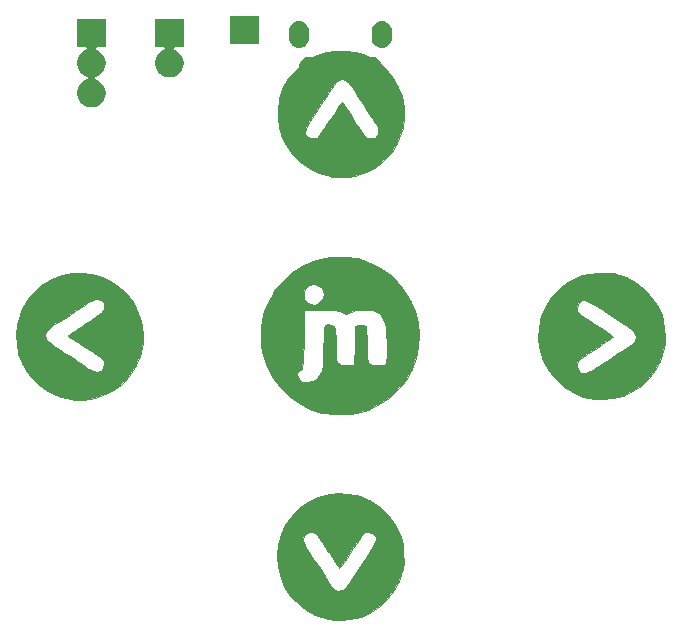
<source format=gbr>
G04 #@! TF.GenerationSoftware,KiCad,Pcbnew,(5.0.1-3-g963ef8bb5)*
G04 #@! TF.CreationDate,2018-12-07T14:13:47+00:00*
G04 #@! TF.ProjectId,invitation,696E7669746174696F6E2E6B69636164,rev?*
G04 #@! TF.SameCoordinates,Original*
G04 #@! TF.FileFunction,Soldermask,Top*
G04 #@! TF.FilePolarity,Negative*
%FSLAX46Y46*%
G04 Gerber Fmt 4.6, Leading zero omitted, Abs format (unit mm)*
G04 Created by KiCad (PCBNEW (5.0.1-3-g963ef8bb5)) date Friday, 07 December 2018 at 14:13:47*
%MOMM*%
%LPD*%
G01*
G04 APERTURE LIST*
%ADD10C,0.010000*%
%ADD11C,0.100000*%
G04 APERTURE END LIST*
D10*
G04 #@! TO.C,G\002A\002A\002A*
G36*
X162905010Y-113175816D02*
X163598117Y-113284234D01*
X163974023Y-113392401D01*
X164866508Y-113791470D01*
X165656966Y-114316389D01*
X166334172Y-114955851D01*
X166886901Y-115698552D01*
X167303925Y-116533183D01*
X167422374Y-116865505D01*
X167568786Y-117488148D01*
X167647025Y-118188269D01*
X167653991Y-118896989D01*
X167586583Y-119545430D01*
X167550906Y-119720000D01*
X167268418Y-120570574D01*
X166841858Y-121364402D01*
X166290466Y-122082096D01*
X165633478Y-122704271D01*
X164890135Y-123211540D01*
X164079673Y-123584517D01*
X163564666Y-123736842D01*
X163049079Y-123818740D01*
X162445109Y-123854036D01*
X161823536Y-123842816D01*
X161255143Y-123785166D01*
X160990895Y-123733712D01*
X160169057Y-123451008D01*
X159390004Y-123020770D01*
X158679430Y-122463932D01*
X158063032Y-121801429D01*
X157566506Y-121054195D01*
X157467256Y-120863000D01*
X157162961Y-120099162D01*
X156991393Y-119298651D01*
X156942412Y-118450000D01*
X157028648Y-117513130D01*
X157154958Y-117048489D01*
X159162000Y-117048489D01*
X159172415Y-117186697D01*
X159211908Y-117336042D01*
X159292846Y-117519532D01*
X159427597Y-117760176D01*
X159628529Y-118080979D01*
X159908010Y-118504952D01*
X160093333Y-118781018D01*
X160379025Y-119206654D01*
X160629258Y-119582546D01*
X160829679Y-119886875D01*
X160965933Y-120097824D01*
X161023665Y-120193575D01*
X161024666Y-120196609D01*
X161073048Y-120299647D01*
X161197500Y-120491751D01*
X161366985Y-120730831D01*
X161550463Y-120974799D01*
X161716897Y-121181566D01*
X161835247Y-121309044D01*
X161857554Y-121326019D01*
X162140934Y-121405489D01*
X162448611Y-121365899D01*
X162603742Y-121289063D01*
X162708279Y-121179058D01*
X162885357Y-120953195D01*
X163115595Y-120637830D01*
X163379614Y-120259317D01*
X163584341Y-119955563D01*
X164062416Y-119234937D01*
X164453411Y-118640919D01*
X164764085Y-118159163D01*
X165001196Y-117775322D01*
X165171503Y-117475051D01*
X165281764Y-117244004D01*
X165338738Y-117067833D01*
X165349184Y-116932193D01*
X165319859Y-116822738D01*
X165257523Y-116725121D01*
X165168933Y-116624996D01*
X165158574Y-116613956D01*
X164948926Y-116482013D01*
X164674180Y-116416225D01*
X164411405Y-116428147D01*
X164283864Y-116482796D01*
X164216408Y-116566933D01*
X164073860Y-116766805D01*
X163873723Y-117056373D01*
X163633499Y-117409599D01*
X163370693Y-117800443D01*
X163102807Y-118202868D01*
X162847344Y-118590833D01*
X162621809Y-118938302D01*
X162443704Y-119219235D01*
X162435057Y-119233166D01*
X162318573Y-119393201D01*
X162232547Y-119464281D01*
X162229214Y-119464507D01*
X162166237Y-119396296D01*
X162027256Y-119207179D01*
X161827383Y-118918982D01*
X161581728Y-118553533D01*
X161305400Y-118132656D01*
X161278666Y-118091453D01*
X160992680Y-117654154D01*
X160729046Y-117258340D01*
X160504852Y-116929093D01*
X160337186Y-116691498D01*
X160243134Y-116570637D01*
X160241500Y-116568945D01*
X160027670Y-116454283D01*
X159743184Y-116421632D01*
X159466035Y-116471906D01*
X159316833Y-116558122D01*
X159191639Y-116783651D01*
X159162000Y-117048489D01*
X157154958Y-117048489D01*
X157269260Y-116628025D01*
X157653484Y-115809012D01*
X158170551Y-115070417D01*
X158809696Y-114426568D01*
X159560153Y-113891791D01*
X160411155Y-113480412D01*
X160770666Y-113355678D01*
X161430546Y-113210842D01*
X162162240Y-113151120D01*
X162905010Y-113175816D01*
X162905010Y-113175816D01*
G37*
X162905010Y-113175816D02*
X163598117Y-113284234D01*
X163974023Y-113392401D01*
X164866508Y-113791470D01*
X165656966Y-114316389D01*
X166334172Y-114955851D01*
X166886901Y-115698552D01*
X167303925Y-116533183D01*
X167422374Y-116865505D01*
X167568786Y-117488148D01*
X167647025Y-118188269D01*
X167653991Y-118896989D01*
X167586583Y-119545430D01*
X167550906Y-119720000D01*
X167268418Y-120570574D01*
X166841858Y-121364402D01*
X166290466Y-122082096D01*
X165633478Y-122704271D01*
X164890135Y-123211540D01*
X164079673Y-123584517D01*
X163564666Y-123736842D01*
X163049079Y-123818740D01*
X162445109Y-123854036D01*
X161823536Y-123842816D01*
X161255143Y-123785166D01*
X160990895Y-123733712D01*
X160169057Y-123451008D01*
X159390004Y-123020770D01*
X158679430Y-122463932D01*
X158063032Y-121801429D01*
X157566506Y-121054195D01*
X157467256Y-120863000D01*
X157162961Y-120099162D01*
X156991393Y-119298651D01*
X156942412Y-118450000D01*
X157028648Y-117513130D01*
X157154958Y-117048489D01*
X159162000Y-117048489D01*
X159172415Y-117186697D01*
X159211908Y-117336042D01*
X159292846Y-117519532D01*
X159427597Y-117760176D01*
X159628529Y-118080979D01*
X159908010Y-118504952D01*
X160093333Y-118781018D01*
X160379025Y-119206654D01*
X160629258Y-119582546D01*
X160829679Y-119886875D01*
X160965933Y-120097824D01*
X161023665Y-120193575D01*
X161024666Y-120196609D01*
X161073048Y-120299647D01*
X161197500Y-120491751D01*
X161366985Y-120730831D01*
X161550463Y-120974799D01*
X161716897Y-121181566D01*
X161835247Y-121309044D01*
X161857554Y-121326019D01*
X162140934Y-121405489D01*
X162448611Y-121365899D01*
X162603742Y-121289063D01*
X162708279Y-121179058D01*
X162885357Y-120953195D01*
X163115595Y-120637830D01*
X163379614Y-120259317D01*
X163584341Y-119955563D01*
X164062416Y-119234937D01*
X164453411Y-118640919D01*
X164764085Y-118159163D01*
X165001196Y-117775322D01*
X165171503Y-117475051D01*
X165281764Y-117244004D01*
X165338738Y-117067833D01*
X165349184Y-116932193D01*
X165319859Y-116822738D01*
X165257523Y-116725121D01*
X165168933Y-116624996D01*
X165158574Y-116613956D01*
X164948926Y-116482013D01*
X164674180Y-116416225D01*
X164411405Y-116428147D01*
X164283864Y-116482796D01*
X164216408Y-116566933D01*
X164073860Y-116766805D01*
X163873723Y-117056373D01*
X163633499Y-117409599D01*
X163370693Y-117800443D01*
X163102807Y-118202868D01*
X162847344Y-118590833D01*
X162621809Y-118938302D01*
X162443704Y-119219235D01*
X162435057Y-119233166D01*
X162318573Y-119393201D01*
X162232547Y-119464281D01*
X162229214Y-119464507D01*
X162166237Y-119396296D01*
X162027256Y-119207179D01*
X161827383Y-118918982D01*
X161581728Y-118553533D01*
X161305400Y-118132656D01*
X161278666Y-118091453D01*
X160992680Y-117654154D01*
X160729046Y-117258340D01*
X160504852Y-116929093D01*
X160337186Y-116691498D01*
X160243134Y-116570637D01*
X160241500Y-116568945D01*
X160027670Y-116454283D01*
X159743184Y-116421632D01*
X159466035Y-116471906D01*
X159316833Y-116558122D01*
X159191639Y-116783651D01*
X159162000Y-117048489D01*
X157154958Y-117048489D01*
X157269260Y-116628025D01*
X157653484Y-115809012D01*
X158170551Y-115070417D01*
X158809696Y-114426568D01*
X159560153Y-113891791D01*
X160411155Y-113480412D01*
X160770666Y-113355678D01*
X161430546Y-113210842D01*
X162162240Y-113151120D01*
X162905010Y-113175816D01*
G36*
X185465430Y-94528083D02*
X185640000Y-94563759D01*
X186490574Y-94846248D01*
X187284402Y-95272807D01*
X188002096Y-95824200D01*
X188624271Y-96481187D01*
X189131540Y-97224531D01*
X189504517Y-98034993D01*
X189656842Y-98550000D01*
X189749012Y-99135878D01*
X189780937Y-99800906D01*
X189752598Y-100467350D01*
X189663974Y-101057475D01*
X189657504Y-101085522D01*
X189372416Y-101940486D01*
X188947311Y-102723025D01*
X188400216Y-103420660D01*
X187749156Y-104020916D01*
X187012157Y-104511315D01*
X186207244Y-104879380D01*
X185352443Y-105112635D01*
X184465779Y-105198602D01*
X183775451Y-105156941D01*
X182849520Y-104953480D01*
X181989725Y-104601006D01*
X181210505Y-104111756D01*
X180526302Y-103497966D01*
X179951557Y-102771874D01*
X179500712Y-101945717D01*
X179275678Y-101344000D01*
X179130842Y-100684120D01*
X179071120Y-99952425D01*
X179095816Y-99209655D01*
X179204234Y-98516549D01*
X179312401Y-98140643D01*
X179625471Y-97440486D01*
X182336225Y-97440486D01*
X182348147Y-97703261D01*
X182402796Y-97830802D01*
X182486933Y-97898257D01*
X182686805Y-98040805D01*
X182976373Y-98240943D01*
X183329599Y-98481167D01*
X183720443Y-98743973D01*
X184122868Y-99011859D01*
X184510833Y-99267321D01*
X184858302Y-99492857D01*
X185139235Y-99670962D01*
X185153166Y-99679609D01*
X185313201Y-99796093D01*
X185384281Y-99882118D01*
X185384507Y-99885451D01*
X185316296Y-99948429D01*
X185127179Y-100087409D01*
X184838982Y-100287282D01*
X184473533Y-100532938D01*
X184052656Y-100809266D01*
X184011453Y-100836000D01*
X183574154Y-101121986D01*
X183178340Y-101385620D01*
X182849093Y-101609813D01*
X182611498Y-101777480D01*
X182490637Y-101871532D01*
X182488945Y-101873166D01*
X182374283Y-102086996D01*
X182341632Y-102371481D01*
X182391906Y-102648631D01*
X182478122Y-102797833D01*
X182703651Y-102923026D01*
X182968489Y-102952666D01*
X183106697Y-102942250D01*
X183256042Y-102902758D01*
X183439532Y-102821820D01*
X183680176Y-102687069D01*
X184000979Y-102486137D01*
X184424952Y-102206655D01*
X184701018Y-102021333D01*
X185126654Y-101735641D01*
X185502546Y-101485408D01*
X185806875Y-101284987D01*
X186017824Y-101148733D01*
X186113575Y-101091000D01*
X186116609Y-101090000D01*
X186223982Y-101040771D01*
X186418970Y-100914077D01*
X186659558Y-100741405D01*
X186903734Y-100554243D01*
X187109484Y-100384076D01*
X187234795Y-100262393D01*
X187250244Y-100240384D01*
X187329251Y-99929879D01*
X187267487Y-99614365D01*
X187209063Y-99510924D01*
X187099058Y-99406386D01*
X186873195Y-99229309D01*
X186557830Y-98999070D01*
X186179317Y-98735052D01*
X185875563Y-98530325D01*
X185154937Y-98052250D01*
X184560919Y-97661255D01*
X184079163Y-97350581D01*
X183695322Y-97113469D01*
X183395051Y-96943162D01*
X183164004Y-96832901D01*
X182987833Y-96775927D01*
X182852193Y-96765482D01*
X182742738Y-96794807D01*
X182645121Y-96857143D01*
X182544996Y-96945733D01*
X182533956Y-96956091D01*
X182402013Y-97165740D01*
X182336225Y-97440486D01*
X179625471Y-97440486D01*
X179711470Y-97248158D01*
X180236389Y-96457699D01*
X180875851Y-95780493D01*
X181618552Y-95227765D01*
X182453183Y-94810740D01*
X182785505Y-94692291D01*
X183408148Y-94545880D01*
X184108269Y-94467640D01*
X184816989Y-94460674D01*
X185465430Y-94528083D01*
X185465430Y-94528083D01*
G37*
X185465430Y-94528083D02*
X185640000Y-94563759D01*
X186490574Y-94846248D01*
X187284402Y-95272807D01*
X188002096Y-95824200D01*
X188624271Y-96481187D01*
X189131540Y-97224531D01*
X189504517Y-98034993D01*
X189656842Y-98550000D01*
X189749012Y-99135878D01*
X189780937Y-99800906D01*
X189752598Y-100467350D01*
X189663974Y-101057475D01*
X189657504Y-101085522D01*
X189372416Y-101940486D01*
X188947311Y-102723025D01*
X188400216Y-103420660D01*
X187749156Y-104020916D01*
X187012157Y-104511315D01*
X186207244Y-104879380D01*
X185352443Y-105112635D01*
X184465779Y-105198602D01*
X183775451Y-105156941D01*
X182849520Y-104953480D01*
X181989725Y-104601006D01*
X181210505Y-104111756D01*
X180526302Y-103497966D01*
X179951557Y-102771874D01*
X179500712Y-101945717D01*
X179275678Y-101344000D01*
X179130842Y-100684120D01*
X179071120Y-99952425D01*
X179095816Y-99209655D01*
X179204234Y-98516549D01*
X179312401Y-98140643D01*
X179625471Y-97440486D01*
X182336225Y-97440486D01*
X182348147Y-97703261D01*
X182402796Y-97830802D01*
X182486933Y-97898257D01*
X182686805Y-98040805D01*
X182976373Y-98240943D01*
X183329599Y-98481167D01*
X183720443Y-98743973D01*
X184122868Y-99011859D01*
X184510833Y-99267321D01*
X184858302Y-99492857D01*
X185139235Y-99670962D01*
X185153166Y-99679609D01*
X185313201Y-99796093D01*
X185384281Y-99882118D01*
X185384507Y-99885451D01*
X185316296Y-99948429D01*
X185127179Y-100087409D01*
X184838982Y-100287282D01*
X184473533Y-100532938D01*
X184052656Y-100809266D01*
X184011453Y-100836000D01*
X183574154Y-101121986D01*
X183178340Y-101385620D01*
X182849093Y-101609813D01*
X182611498Y-101777480D01*
X182490637Y-101871532D01*
X182488945Y-101873166D01*
X182374283Y-102086996D01*
X182341632Y-102371481D01*
X182391906Y-102648631D01*
X182478122Y-102797833D01*
X182703651Y-102923026D01*
X182968489Y-102952666D01*
X183106697Y-102942250D01*
X183256042Y-102902758D01*
X183439532Y-102821820D01*
X183680176Y-102687069D01*
X184000979Y-102486137D01*
X184424952Y-102206655D01*
X184701018Y-102021333D01*
X185126654Y-101735641D01*
X185502546Y-101485408D01*
X185806875Y-101284987D01*
X186017824Y-101148733D01*
X186113575Y-101091000D01*
X186116609Y-101090000D01*
X186223982Y-101040771D01*
X186418970Y-100914077D01*
X186659558Y-100741405D01*
X186903734Y-100554243D01*
X187109484Y-100384076D01*
X187234795Y-100262393D01*
X187250244Y-100240384D01*
X187329251Y-99929879D01*
X187267487Y-99614365D01*
X187209063Y-99510924D01*
X187099058Y-99406386D01*
X186873195Y-99229309D01*
X186557830Y-98999070D01*
X186179317Y-98735052D01*
X185875563Y-98530325D01*
X185154937Y-98052250D01*
X184560919Y-97661255D01*
X184079163Y-97350581D01*
X183695322Y-97113469D01*
X183395051Y-96943162D01*
X183164004Y-96832901D01*
X182987833Y-96775927D01*
X182852193Y-96765482D01*
X182742738Y-96794807D01*
X182645121Y-96857143D01*
X182544996Y-96945733D01*
X182533956Y-96956091D01*
X182402013Y-97165740D01*
X182336225Y-97440486D01*
X179625471Y-97440486D01*
X179711470Y-97248158D01*
X180236389Y-96457699D01*
X180875851Y-95780493D01*
X181618552Y-95227765D01*
X182453183Y-94810740D01*
X182785505Y-94692291D01*
X183408148Y-94545880D01*
X184108269Y-94467640D01*
X184816989Y-94460674D01*
X185465430Y-94528083D01*
G36*
X141298524Y-94596623D02*
X142158751Y-94849985D01*
X142988777Y-95253521D01*
X143606156Y-95676492D01*
X144254718Y-96290941D01*
X144795698Y-97026365D01*
X145215985Y-97863208D01*
X145378988Y-98320666D01*
X145523824Y-98980546D01*
X145583546Y-99712240D01*
X145558850Y-100455010D01*
X145450431Y-101148117D01*
X145342265Y-101524023D01*
X144944227Y-102424278D01*
X144426619Y-103206619D01*
X143783835Y-103878375D01*
X143199750Y-104325088D01*
X142411837Y-104754090D01*
X141546952Y-105049501D01*
X140642274Y-105202800D01*
X139734985Y-105205470D01*
X139480333Y-105177353D01*
X138617030Y-104988883D01*
X137827459Y-104664771D01*
X137089326Y-104193590D01*
X136429631Y-103613534D01*
X135810799Y-102895863D01*
X135352219Y-102132238D01*
X135048125Y-101308739D01*
X134892751Y-100411446D01*
X134868502Y-99844666D01*
X134876944Y-99735927D01*
X137325387Y-99735927D01*
X137388497Y-100052699D01*
X137446827Y-100155489D01*
X137553218Y-100254502D01*
X137778784Y-100428787D01*
X138100456Y-100661749D01*
X138495163Y-100936790D01*
X138939836Y-101237313D01*
X139076660Y-101328060D01*
X139554503Y-101643731D01*
X140012321Y-101946398D01*
X140421168Y-102216907D01*
X140752095Y-102436104D01*
X140976156Y-102584835D01*
X141004333Y-102603597D01*
X141400732Y-102816528D01*
X141732554Y-102879422D01*
X142011570Y-102793388D01*
X142120709Y-102708574D01*
X142252652Y-102498926D01*
X142318441Y-102224180D01*
X142306519Y-101961405D01*
X142251870Y-101833864D01*
X142167733Y-101766408D01*
X141967861Y-101623860D01*
X141678293Y-101423723D01*
X141325067Y-101183499D01*
X140934223Y-100920693D01*
X140531798Y-100652807D01*
X140143832Y-100397344D01*
X139796364Y-100171809D01*
X139515431Y-99993704D01*
X139501500Y-99985057D01*
X139341465Y-99868573D01*
X139270385Y-99782547D01*
X139270158Y-99779214D01*
X139338370Y-99716237D01*
X139527487Y-99577256D01*
X139815683Y-99377383D01*
X140181133Y-99131728D01*
X140602010Y-98855400D01*
X140643213Y-98828666D01*
X141080511Y-98542680D01*
X141476326Y-98279046D01*
X141805572Y-98054852D01*
X142043168Y-97887186D01*
X142164029Y-97793134D01*
X142165721Y-97791500D01*
X142280383Y-97577670D01*
X142313033Y-97293184D01*
X142262760Y-97016035D01*
X142176544Y-96866833D01*
X141951014Y-96741639D01*
X141686177Y-96712000D01*
X141547969Y-96722415D01*
X141398624Y-96761908D01*
X141215133Y-96842846D01*
X140974490Y-96977597D01*
X140653686Y-97178529D01*
X140229713Y-97458010D01*
X139953648Y-97643333D01*
X139528012Y-97929025D01*
X139152120Y-98179258D01*
X138847790Y-98379679D01*
X138636841Y-98515933D01*
X138541091Y-98573665D01*
X138538057Y-98574666D01*
X138430683Y-98623895D01*
X138235696Y-98750588D01*
X137995107Y-98923260D01*
X137750932Y-99110423D01*
X137545182Y-99280590D01*
X137419870Y-99402273D01*
X137404422Y-99424281D01*
X137325387Y-99735927D01*
X134876944Y-99735927D01*
X134941902Y-98899286D01*
X135163536Y-98029751D01*
X135379902Y-97517177D01*
X135866606Y-96706790D01*
X136459805Y-96015990D01*
X137142413Y-95448600D01*
X137897341Y-95008444D01*
X138707504Y-94699345D01*
X139555813Y-94525126D01*
X140425182Y-94489611D01*
X141298524Y-94596623D01*
X141298524Y-94596623D01*
G37*
X141298524Y-94596623D02*
X142158751Y-94849985D01*
X142988777Y-95253521D01*
X143606156Y-95676492D01*
X144254718Y-96290941D01*
X144795698Y-97026365D01*
X145215985Y-97863208D01*
X145378988Y-98320666D01*
X145523824Y-98980546D01*
X145583546Y-99712240D01*
X145558850Y-100455010D01*
X145450431Y-101148117D01*
X145342265Y-101524023D01*
X144944227Y-102424278D01*
X144426619Y-103206619D01*
X143783835Y-103878375D01*
X143199750Y-104325088D01*
X142411837Y-104754090D01*
X141546952Y-105049501D01*
X140642274Y-105202800D01*
X139734985Y-105205470D01*
X139480333Y-105177353D01*
X138617030Y-104988883D01*
X137827459Y-104664771D01*
X137089326Y-104193590D01*
X136429631Y-103613534D01*
X135810799Y-102895863D01*
X135352219Y-102132238D01*
X135048125Y-101308739D01*
X134892751Y-100411446D01*
X134868502Y-99844666D01*
X134876944Y-99735927D01*
X137325387Y-99735927D01*
X137388497Y-100052699D01*
X137446827Y-100155489D01*
X137553218Y-100254502D01*
X137778784Y-100428787D01*
X138100456Y-100661749D01*
X138495163Y-100936790D01*
X138939836Y-101237313D01*
X139076660Y-101328060D01*
X139554503Y-101643731D01*
X140012321Y-101946398D01*
X140421168Y-102216907D01*
X140752095Y-102436104D01*
X140976156Y-102584835D01*
X141004333Y-102603597D01*
X141400732Y-102816528D01*
X141732554Y-102879422D01*
X142011570Y-102793388D01*
X142120709Y-102708574D01*
X142252652Y-102498926D01*
X142318441Y-102224180D01*
X142306519Y-101961405D01*
X142251870Y-101833864D01*
X142167733Y-101766408D01*
X141967861Y-101623860D01*
X141678293Y-101423723D01*
X141325067Y-101183499D01*
X140934223Y-100920693D01*
X140531798Y-100652807D01*
X140143832Y-100397344D01*
X139796364Y-100171809D01*
X139515431Y-99993704D01*
X139501500Y-99985057D01*
X139341465Y-99868573D01*
X139270385Y-99782547D01*
X139270158Y-99779214D01*
X139338370Y-99716237D01*
X139527487Y-99577256D01*
X139815683Y-99377383D01*
X140181133Y-99131728D01*
X140602010Y-98855400D01*
X140643213Y-98828666D01*
X141080511Y-98542680D01*
X141476326Y-98279046D01*
X141805572Y-98054852D01*
X142043168Y-97887186D01*
X142164029Y-97793134D01*
X142165721Y-97791500D01*
X142280383Y-97577670D01*
X142313033Y-97293184D01*
X142262760Y-97016035D01*
X142176544Y-96866833D01*
X141951014Y-96741639D01*
X141686177Y-96712000D01*
X141547969Y-96722415D01*
X141398624Y-96761908D01*
X141215133Y-96842846D01*
X140974490Y-96977597D01*
X140653686Y-97178529D01*
X140229713Y-97458010D01*
X139953648Y-97643333D01*
X139528012Y-97929025D01*
X139152120Y-98179258D01*
X138847790Y-98379679D01*
X138636841Y-98515933D01*
X138541091Y-98573665D01*
X138538057Y-98574666D01*
X138430683Y-98623895D01*
X138235696Y-98750588D01*
X137995107Y-98923260D01*
X137750932Y-99110423D01*
X137545182Y-99280590D01*
X137419870Y-99402273D01*
X137404422Y-99424281D01*
X137325387Y-99735927D01*
X134876944Y-99735927D01*
X134941902Y-98899286D01*
X135163536Y-98029751D01*
X135379902Y-97517177D01*
X135866606Y-96706790D01*
X136459805Y-96015990D01*
X137142413Y-95448600D01*
X137897341Y-95008444D01*
X138707504Y-94699345D01*
X139555813Y-94525126D01*
X140425182Y-94489611D01*
X141298524Y-94596623D01*
G36*
X162801355Y-75664523D02*
X163656624Y-75796793D01*
X164450157Y-76048128D01*
X164697489Y-76159902D01*
X165508040Y-76647812D01*
X166201962Y-77246440D01*
X166773513Y-77938526D01*
X167216949Y-78706810D01*
X167526528Y-79534033D01*
X167696507Y-80402935D01*
X167721142Y-81296258D01*
X167594692Y-82196740D01*
X167311413Y-83087123D01*
X167132371Y-83477666D01*
X166651562Y-84246290D01*
X166039353Y-84923130D01*
X165316369Y-85490980D01*
X164503239Y-85932632D01*
X163936333Y-86143821D01*
X163504168Y-86245948D01*
X162987377Y-86320323D01*
X162443376Y-86363005D01*
X161929580Y-86370052D01*
X161503406Y-86337525D01*
X161395478Y-86318235D01*
X160465632Y-86037513D01*
X159616165Y-85619451D01*
X158860966Y-85076321D01*
X158213927Y-84420395D01*
X157688940Y-83663944D01*
X157299894Y-82819242D01*
X157242291Y-82649161D01*
X157226610Y-82582473D01*
X159315482Y-82582473D01*
X159344807Y-82691928D01*
X159407143Y-82789545D01*
X159495733Y-82889670D01*
X159506091Y-82900709D01*
X159715740Y-83032652D01*
X159990486Y-83098441D01*
X160253261Y-83086519D01*
X160380802Y-83031870D01*
X160448257Y-82947733D01*
X160590805Y-82747861D01*
X160790943Y-82458293D01*
X161031167Y-82105067D01*
X161293973Y-81714223D01*
X161561859Y-81311798D01*
X161817321Y-80923832D01*
X162042857Y-80576364D01*
X162220962Y-80295431D01*
X162229609Y-80281500D01*
X162346093Y-80121465D01*
X162432118Y-80050385D01*
X162435451Y-80050158D01*
X162498429Y-80118370D01*
X162637409Y-80307487D01*
X162837282Y-80595683D01*
X163082938Y-80961133D01*
X163359266Y-81382010D01*
X163386000Y-81423213D01*
X163671986Y-81860511D01*
X163935620Y-82256326D01*
X164159813Y-82585572D01*
X164327480Y-82823168D01*
X164421532Y-82944029D01*
X164423166Y-82945721D01*
X164636996Y-83060383D01*
X164921481Y-83093033D01*
X165198631Y-83042760D01*
X165347833Y-82956544D01*
X165473026Y-82731014D01*
X165502666Y-82466177D01*
X165492250Y-82327969D01*
X165452758Y-82178624D01*
X165371820Y-81995133D01*
X165237069Y-81754490D01*
X165036137Y-81433686D01*
X164756655Y-81009713D01*
X164571333Y-80733648D01*
X164285641Y-80308012D01*
X164035408Y-79932120D01*
X163834987Y-79627790D01*
X163698733Y-79416841D01*
X163641000Y-79321091D01*
X163640000Y-79318057D01*
X163590771Y-79210683D01*
X163464077Y-79015696D01*
X163291405Y-78775107D01*
X163104243Y-78530932D01*
X162934076Y-78325182D01*
X162812393Y-78199870D01*
X162790384Y-78184422D01*
X162479879Y-78105414D01*
X162164365Y-78167179D01*
X162060924Y-78225603D01*
X161956386Y-78335608D01*
X161779309Y-78561470D01*
X161549070Y-78876836D01*
X161285052Y-79255349D01*
X161080325Y-79559103D01*
X160602250Y-80279729D01*
X160211255Y-80873747D01*
X159900581Y-81355503D01*
X159663469Y-81739343D01*
X159493162Y-82039614D01*
X159382901Y-82270662D01*
X159325927Y-82446833D01*
X159315482Y-82582473D01*
X157226610Y-82582473D01*
X157095880Y-82026518D01*
X157017640Y-81326397D01*
X157010674Y-80617677D01*
X157078083Y-79969236D01*
X157113759Y-79794666D01*
X157396248Y-78944091D01*
X157822807Y-78150264D01*
X158374200Y-77432570D01*
X159031187Y-76810395D01*
X159774531Y-76303126D01*
X160584993Y-75930149D01*
X161100000Y-75777823D01*
X161932947Y-75656479D01*
X162801355Y-75664523D01*
X162801355Y-75664523D01*
G37*
X162801355Y-75664523D02*
X163656624Y-75796793D01*
X164450157Y-76048128D01*
X164697489Y-76159902D01*
X165508040Y-76647812D01*
X166201962Y-77246440D01*
X166773513Y-77938526D01*
X167216949Y-78706810D01*
X167526528Y-79534033D01*
X167696507Y-80402935D01*
X167721142Y-81296258D01*
X167594692Y-82196740D01*
X167311413Y-83087123D01*
X167132371Y-83477666D01*
X166651562Y-84246290D01*
X166039353Y-84923130D01*
X165316369Y-85490980D01*
X164503239Y-85932632D01*
X163936333Y-86143821D01*
X163504168Y-86245948D01*
X162987377Y-86320323D01*
X162443376Y-86363005D01*
X161929580Y-86370052D01*
X161503406Y-86337525D01*
X161395478Y-86318235D01*
X160465632Y-86037513D01*
X159616165Y-85619451D01*
X158860966Y-85076321D01*
X158213927Y-84420395D01*
X157688940Y-83663944D01*
X157299894Y-82819242D01*
X157242291Y-82649161D01*
X157226610Y-82582473D01*
X159315482Y-82582473D01*
X159344807Y-82691928D01*
X159407143Y-82789545D01*
X159495733Y-82889670D01*
X159506091Y-82900709D01*
X159715740Y-83032652D01*
X159990486Y-83098441D01*
X160253261Y-83086519D01*
X160380802Y-83031870D01*
X160448257Y-82947733D01*
X160590805Y-82747861D01*
X160790943Y-82458293D01*
X161031167Y-82105067D01*
X161293973Y-81714223D01*
X161561859Y-81311798D01*
X161817321Y-80923832D01*
X162042857Y-80576364D01*
X162220962Y-80295431D01*
X162229609Y-80281500D01*
X162346093Y-80121465D01*
X162432118Y-80050385D01*
X162435451Y-80050158D01*
X162498429Y-80118370D01*
X162637409Y-80307487D01*
X162837282Y-80595683D01*
X163082938Y-80961133D01*
X163359266Y-81382010D01*
X163386000Y-81423213D01*
X163671986Y-81860511D01*
X163935620Y-82256326D01*
X164159813Y-82585572D01*
X164327480Y-82823168D01*
X164421532Y-82944029D01*
X164423166Y-82945721D01*
X164636996Y-83060383D01*
X164921481Y-83093033D01*
X165198631Y-83042760D01*
X165347833Y-82956544D01*
X165473026Y-82731014D01*
X165502666Y-82466177D01*
X165492250Y-82327969D01*
X165452758Y-82178624D01*
X165371820Y-81995133D01*
X165237069Y-81754490D01*
X165036137Y-81433686D01*
X164756655Y-81009713D01*
X164571333Y-80733648D01*
X164285641Y-80308012D01*
X164035408Y-79932120D01*
X163834987Y-79627790D01*
X163698733Y-79416841D01*
X163641000Y-79321091D01*
X163640000Y-79318057D01*
X163590771Y-79210683D01*
X163464077Y-79015696D01*
X163291405Y-78775107D01*
X163104243Y-78530932D01*
X162934076Y-78325182D01*
X162812393Y-78199870D01*
X162790384Y-78184422D01*
X162479879Y-78105414D01*
X162164365Y-78167179D01*
X162060924Y-78225603D01*
X161956386Y-78335608D01*
X161779309Y-78561470D01*
X161549070Y-78876836D01*
X161285052Y-79255349D01*
X161080325Y-79559103D01*
X160602250Y-80279729D01*
X160211255Y-80873747D01*
X159900581Y-81355503D01*
X159663469Y-81739343D01*
X159493162Y-82039614D01*
X159382901Y-82270662D01*
X159325927Y-82446833D01*
X159315482Y-82582473D01*
X157226610Y-82582473D01*
X157095880Y-82026518D01*
X157017640Y-81326397D01*
X157010674Y-80617677D01*
X157078083Y-79969236D01*
X157113759Y-79794666D01*
X157396248Y-78944091D01*
X157822807Y-78150264D01*
X158374200Y-77432570D01*
X159031187Y-76810395D01*
X159774531Y-76303126D01*
X160584993Y-75930149D01*
X161100000Y-75777823D01*
X161932947Y-75656479D01*
X162801355Y-75664523D01*
G36*
X163067989Y-93151201D02*
X163501919Y-93191849D01*
X163764000Y-93242826D01*
X164847228Y-93622621D01*
X165808623Y-94119468D01*
X166650234Y-94734977D01*
X167374111Y-95470760D01*
X167982303Y-96328427D01*
X168209156Y-96735848D01*
X168600018Y-97671662D01*
X168843413Y-98662924D01*
X168938779Y-99682909D01*
X168885560Y-100704891D01*
X168683194Y-101702146D01*
X168332826Y-102644313D01*
X167826547Y-103530719D01*
X167184089Y-104333465D01*
X166425043Y-105035306D01*
X165568997Y-105618994D01*
X164635539Y-106067283D01*
X164314333Y-106182405D01*
X163755842Y-106319377D01*
X163090574Y-106409073D01*
X162374876Y-106449650D01*
X161665095Y-106439264D01*
X161017579Y-106376071D01*
X160643600Y-106302505D01*
X159677246Y-105973386D01*
X158768411Y-105496974D01*
X157937995Y-104890122D01*
X157206899Y-104169680D01*
X156596025Y-103352499D01*
X156427691Y-103052704D01*
X158615684Y-103052704D01*
X158724192Y-103326517D01*
X158726331Y-103330663D01*
X158888738Y-103568206D01*
X159096741Y-103696200D01*
X159395756Y-103735429D01*
X159594817Y-103728169D01*
X159946935Y-103671980D01*
X160197812Y-103547063D01*
X160262485Y-103492980D01*
X160435956Y-103287802D01*
X160608703Y-103014187D01*
X160663082Y-102907333D01*
X160723722Y-102763033D01*
X160769832Y-102606721D01*
X160803954Y-102412002D01*
X160828629Y-102152482D01*
X160846398Y-101801765D01*
X160859804Y-101333456D01*
X160870929Y-100748583D01*
X160886258Y-100068888D01*
X160907006Y-99551606D01*
X160933648Y-99189888D01*
X160966662Y-98976888D01*
X160998847Y-98908379D01*
X161219224Y-98847570D01*
X161489817Y-98868040D01*
X161717787Y-98960468D01*
X161746499Y-98983455D01*
X161804575Y-99051939D01*
X161846168Y-99153363D01*
X161873959Y-99314156D01*
X161890625Y-99560745D01*
X161898845Y-99919560D01*
X161901297Y-100417029D01*
X161901333Y-100511304D01*
X161902144Y-101025743D01*
X161907042Y-101398767D01*
X161919720Y-101658297D01*
X161943875Y-101832250D01*
X161983201Y-101948545D01*
X162041394Y-102035101D01*
X162113019Y-102110716D01*
X162245418Y-102224726D01*
X162388291Y-102285107D01*
X162595445Y-102304683D01*
X162896186Y-102297367D01*
X163467666Y-102272333D01*
X163510000Y-100623254D01*
X163552333Y-98974175D01*
X163785166Y-98892410D01*
X164119745Y-98860268D01*
X164250833Y-98892318D01*
X164483666Y-98973991D01*
X164529200Y-100411495D01*
X164548321Y-100897300D01*
X164572398Y-101331265D01*
X164599137Y-101681918D01*
X164626243Y-101917788D01*
X164644995Y-101999518D01*
X164783800Y-102173431D01*
X165019833Y-102274407D01*
X165382209Y-102313341D01*
X165487175Y-102314666D01*
X165744282Y-102315388D01*
X165933030Y-102302498D01*
X166063945Y-102253411D01*
X166147551Y-102145542D01*
X166194371Y-101956306D01*
X166214930Y-101663119D01*
X166219751Y-101243395D01*
X166219333Y-100743442D01*
X166213876Y-100225063D01*
X166198785Y-99732202D01*
X166175983Y-99303971D01*
X166147390Y-98979480D01*
X166125735Y-98838569D01*
X165944782Y-98379621D01*
X165630791Y-98002004D01*
X165211973Y-97735360D01*
X165005887Y-97661981D01*
X164587134Y-97593707D01*
X164107063Y-97590189D01*
X163633572Y-97646416D01*
X163234558Y-97757373D01*
X163141386Y-97799628D01*
X162936399Y-97897912D01*
X162793662Y-97923069D01*
X162634860Y-97874133D01*
X162464195Y-97791270D01*
X162301693Y-97720757D01*
X162119763Y-97670396D01*
X161885189Y-97636156D01*
X161564753Y-97614005D01*
X161125238Y-97599912D01*
X160843000Y-97594502D01*
X160381670Y-97589872D01*
X159968385Y-97591398D01*
X159638540Y-97598528D01*
X159427533Y-97610709D01*
X159382500Y-97617282D01*
X159192000Y-97661226D01*
X159192000Y-99949817D01*
X159189987Y-100702671D01*
X159182159Y-101304210D01*
X159165831Y-101772423D01*
X159138318Y-102125300D01*
X159096935Y-102380829D01*
X159038997Y-102557000D01*
X158961819Y-102671803D01*
X158862718Y-102743226D01*
X158769595Y-102780038D01*
X158630308Y-102877036D01*
X158615684Y-103052704D01*
X156427691Y-103052704D01*
X156274755Y-102780333D01*
X156004926Y-102195631D01*
X155815275Y-101677555D01*
X155693130Y-101170480D01*
X155625817Y-100618783D01*
X155600661Y-99966839D01*
X155599565Y-99817000D01*
X155613839Y-99134921D01*
X155669521Y-98564241D01*
X155778167Y-98049675D01*
X155951334Y-97535941D01*
X156190910Y-96988181D01*
X156580324Y-96303333D01*
X159192000Y-96303333D01*
X159263325Y-96658333D01*
X159452937Y-96929713D01*
X159724287Y-97102325D01*
X160040830Y-97161025D01*
X160366017Y-97090667D01*
X160637846Y-96902512D01*
X160838377Y-96601097D01*
X160896111Y-96275173D01*
X160826194Y-95961289D01*
X160643770Y-95695990D01*
X160363987Y-95515824D01*
X160038666Y-95456666D01*
X159669972Y-95530839D01*
X159390564Y-95736493D01*
X159225737Y-96048334D01*
X159192000Y-96303333D01*
X156580324Y-96303333D01*
X156725910Y-96047298D01*
X157385516Y-95217269D01*
X158159248Y-94506841D01*
X159036628Y-93924761D01*
X160007175Y-93479775D01*
X160631333Y-93281834D01*
X160995930Y-93213163D01*
X161469395Y-93165173D01*
X162004227Y-93138455D01*
X162552925Y-93133600D01*
X163067989Y-93151201D01*
X163067989Y-93151201D01*
G37*
X163067989Y-93151201D02*
X163501919Y-93191849D01*
X163764000Y-93242826D01*
X164847228Y-93622621D01*
X165808623Y-94119468D01*
X166650234Y-94734977D01*
X167374111Y-95470760D01*
X167982303Y-96328427D01*
X168209156Y-96735848D01*
X168600018Y-97671662D01*
X168843413Y-98662924D01*
X168938779Y-99682909D01*
X168885560Y-100704891D01*
X168683194Y-101702146D01*
X168332826Y-102644313D01*
X167826547Y-103530719D01*
X167184089Y-104333465D01*
X166425043Y-105035306D01*
X165568997Y-105618994D01*
X164635539Y-106067283D01*
X164314333Y-106182405D01*
X163755842Y-106319377D01*
X163090574Y-106409073D01*
X162374876Y-106449650D01*
X161665095Y-106439264D01*
X161017579Y-106376071D01*
X160643600Y-106302505D01*
X159677246Y-105973386D01*
X158768411Y-105496974D01*
X157937995Y-104890122D01*
X157206899Y-104169680D01*
X156596025Y-103352499D01*
X156427691Y-103052704D01*
X158615684Y-103052704D01*
X158724192Y-103326517D01*
X158726331Y-103330663D01*
X158888738Y-103568206D01*
X159096741Y-103696200D01*
X159395756Y-103735429D01*
X159594817Y-103728169D01*
X159946935Y-103671980D01*
X160197812Y-103547063D01*
X160262485Y-103492980D01*
X160435956Y-103287802D01*
X160608703Y-103014187D01*
X160663082Y-102907333D01*
X160723722Y-102763033D01*
X160769832Y-102606721D01*
X160803954Y-102412002D01*
X160828629Y-102152482D01*
X160846398Y-101801765D01*
X160859804Y-101333456D01*
X160870929Y-100748583D01*
X160886258Y-100068888D01*
X160907006Y-99551606D01*
X160933648Y-99189888D01*
X160966662Y-98976888D01*
X160998847Y-98908379D01*
X161219224Y-98847570D01*
X161489817Y-98868040D01*
X161717787Y-98960468D01*
X161746499Y-98983455D01*
X161804575Y-99051939D01*
X161846168Y-99153363D01*
X161873959Y-99314156D01*
X161890625Y-99560745D01*
X161898845Y-99919560D01*
X161901297Y-100417029D01*
X161901333Y-100511304D01*
X161902144Y-101025743D01*
X161907042Y-101398767D01*
X161919720Y-101658297D01*
X161943875Y-101832250D01*
X161983201Y-101948545D01*
X162041394Y-102035101D01*
X162113019Y-102110716D01*
X162245418Y-102224726D01*
X162388291Y-102285107D01*
X162595445Y-102304683D01*
X162896186Y-102297367D01*
X163467666Y-102272333D01*
X163510000Y-100623254D01*
X163552333Y-98974175D01*
X163785166Y-98892410D01*
X164119745Y-98860268D01*
X164250833Y-98892318D01*
X164483666Y-98973991D01*
X164529200Y-100411495D01*
X164548321Y-100897300D01*
X164572398Y-101331265D01*
X164599137Y-101681918D01*
X164626243Y-101917788D01*
X164644995Y-101999518D01*
X164783800Y-102173431D01*
X165019833Y-102274407D01*
X165382209Y-102313341D01*
X165487175Y-102314666D01*
X165744282Y-102315388D01*
X165933030Y-102302498D01*
X166063945Y-102253411D01*
X166147551Y-102145542D01*
X166194371Y-101956306D01*
X166214930Y-101663119D01*
X166219751Y-101243395D01*
X166219333Y-100743442D01*
X166213876Y-100225063D01*
X166198785Y-99732202D01*
X166175983Y-99303971D01*
X166147390Y-98979480D01*
X166125735Y-98838569D01*
X165944782Y-98379621D01*
X165630791Y-98002004D01*
X165211973Y-97735360D01*
X165005887Y-97661981D01*
X164587134Y-97593707D01*
X164107063Y-97590189D01*
X163633572Y-97646416D01*
X163234558Y-97757373D01*
X163141386Y-97799628D01*
X162936399Y-97897912D01*
X162793662Y-97923069D01*
X162634860Y-97874133D01*
X162464195Y-97791270D01*
X162301693Y-97720757D01*
X162119763Y-97670396D01*
X161885189Y-97636156D01*
X161564753Y-97614005D01*
X161125238Y-97599912D01*
X160843000Y-97594502D01*
X160381670Y-97589872D01*
X159968385Y-97591398D01*
X159638540Y-97598528D01*
X159427533Y-97610709D01*
X159382500Y-97617282D01*
X159192000Y-97661226D01*
X159192000Y-99949817D01*
X159189987Y-100702671D01*
X159182159Y-101304210D01*
X159165831Y-101772423D01*
X159138318Y-102125300D01*
X159096935Y-102380829D01*
X159038997Y-102557000D01*
X158961819Y-102671803D01*
X158862718Y-102743226D01*
X158769595Y-102780038D01*
X158630308Y-102877036D01*
X158615684Y-103052704D01*
X156427691Y-103052704D01*
X156274755Y-102780333D01*
X156004926Y-102195631D01*
X155815275Y-101677555D01*
X155693130Y-101170480D01*
X155625817Y-100618783D01*
X155600661Y-99966839D01*
X155599565Y-99817000D01*
X155613839Y-99134921D01*
X155669521Y-98564241D01*
X155778167Y-98049675D01*
X155951334Y-97535941D01*
X156190910Y-96988181D01*
X156580324Y-96303333D01*
X159192000Y-96303333D01*
X159263325Y-96658333D01*
X159452937Y-96929713D01*
X159724287Y-97102325D01*
X160040830Y-97161025D01*
X160366017Y-97090667D01*
X160637846Y-96902512D01*
X160838377Y-96601097D01*
X160896111Y-96275173D01*
X160826194Y-95961289D01*
X160643770Y-95695990D01*
X160363987Y-95515824D01*
X160038666Y-95456666D01*
X159669972Y-95530839D01*
X159390564Y-95736493D01*
X159225737Y-96048334D01*
X159192000Y-96303333D01*
X156580324Y-96303333D01*
X156725910Y-96047298D01*
X157385516Y-95217269D01*
X158159248Y-94506841D01*
X159036628Y-93924761D01*
X160007175Y-93479775D01*
X160631333Y-93281834D01*
X160995930Y-93213163D01*
X161469395Y-93165173D01*
X162004227Y-93138455D01*
X162552925Y-93133600D01*
X163067989Y-93151201D01*
D11*
G36*
X162414183Y-115236900D02*
X162541574Y-115289668D01*
X162656225Y-115366275D01*
X162753725Y-115463775D01*
X162830332Y-115578426D01*
X162883100Y-115705817D01*
X162910000Y-115841055D01*
X162910000Y-115978945D01*
X162883100Y-116114183D01*
X162830332Y-116241574D01*
X162753725Y-116356225D01*
X162656225Y-116453725D01*
X162541574Y-116530332D01*
X162414183Y-116583100D01*
X162278945Y-116610000D01*
X162141055Y-116610000D01*
X162005817Y-116583100D01*
X161878426Y-116530332D01*
X161763775Y-116453725D01*
X161666275Y-116356225D01*
X161589668Y-116241574D01*
X161536900Y-116114183D01*
X161510000Y-115978945D01*
X161510000Y-115841055D01*
X161536900Y-115705817D01*
X161589668Y-115578426D01*
X161666275Y-115463775D01*
X161763775Y-115366275D01*
X161878426Y-115289668D01*
X162005817Y-115236900D01*
X162141055Y-115210000D01*
X162278945Y-115210000D01*
X162414183Y-115236900D01*
X162414183Y-115236900D01*
G37*
G36*
X182034183Y-99146900D02*
X182161574Y-99199668D01*
X182276224Y-99276274D01*
X182373726Y-99373776D01*
X182412379Y-99431625D01*
X182450332Y-99488426D01*
X182503100Y-99615817D01*
X182530000Y-99751055D01*
X182530000Y-99888945D01*
X182503100Y-100024183D01*
X182475185Y-100091574D01*
X182450332Y-100151574D01*
X182377885Y-100260000D01*
X182373725Y-100266225D01*
X182276225Y-100363725D01*
X182161574Y-100440332D01*
X182034183Y-100493100D01*
X181898945Y-100520000D01*
X181761055Y-100520000D01*
X181625817Y-100493100D01*
X181498426Y-100440332D01*
X181383775Y-100363725D01*
X181286275Y-100266225D01*
X181282116Y-100260000D01*
X181209668Y-100151574D01*
X181184815Y-100091574D01*
X181156900Y-100024183D01*
X181130000Y-99888945D01*
X181130000Y-99751055D01*
X181156900Y-99615817D01*
X181209668Y-99488426D01*
X181247621Y-99431625D01*
X181286274Y-99373776D01*
X181383776Y-99276274D01*
X181498426Y-99199668D01*
X181625817Y-99146900D01*
X181761055Y-99120000D01*
X181898945Y-99120000D01*
X182034183Y-99146900D01*
X182034183Y-99146900D01*
G37*
G36*
X142944183Y-99086900D02*
X143071574Y-99139668D01*
X143186224Y-99216274D01*
X143283726Y-99313776D01*
X143322379Y-99371625D01*
X143360332Y-99428426D01*
X143413100Y-99555817D01*
X143440000Y-99691055D01*
X143440000Y-99828945D01*
X143413100Y-99964183D01*
X143374720Y-100056839D01*
X143360332Y-100091574D01*
X143320242Y-100151574D01*
X143283725Y-100206225D01*
X143186225Y-100303725D01*
X143071574Y-100380332D01*
X142944183Y-100433100D01*
X142808945Y-100460000D01*
X142671055Y-100460000D01*
X142535817Y-100433100D01*
X142408426Y-100380332D01*
X142293775Y-100303725D01*
X142196275Y-100206225D01*
X142159759Y-100151574D01*
X142119668Y-100091574D01*
X142105280Y-100056839D01*
X142066900Y-99964183D01*
X142040000Y-99828945D01*
X142040000Y-99691055D01*
X142066900Y-99555817D01*
X142119668Y-99428426D01*
X142157621Y-99371625D01*
X142196274Y-99313776D01*
X142293776Y-99216274D01*
X142408426Y-99139668D01*
X142535817Y-99086900D01*
X142671055Y-99060000D01*
X142808945Y-99060000D01*
X142944183Y-99086900D01*
X142944183Y-99086900D01*
G37*
G36*
X163714183Y-95206900D02*
X163841574Y-95259668D01*
X163956225Y-95336275D01*
X164053725Y-95433775D01*
X164130332Y-95548426D01*
X164183100Y-95675817D01*
X164210000Y-95811055D01*
X164210000Y-95948945D01*
X164183100Y-96084183D01*
X164130332Y-96211574D01*
X164053725Y-96326225D01*
X163956225Y-96423725D01*
X163841574Y-96500332D01*
X163714183Y-96553100D01*
X163578945Y-96580000D01*
X163441055Y-96580000D01*
X163305817Y-96553100D01*
X163178426Y-96500332D01*
X163063775Y-96423725D01*
X162966275Y-96326225D01*
X162889668Y-96211574D01*
X162836900Y-96084183D01*
X162810000Y-95948945D01*
X162810000Y-95811055D01*
X162836900Y-95675817D01*
X162889668Y-95548426D01*
X162966275Y-95433775D01*
X163063775Y-95336275D01*
X163178426Y-95259668D01*
X163305817Y-95206900D01*
X163441055Y-95180000D01*
X163578945Y-95180000D01*
X163714183Y-95206900D01*
X163714183Y-95206900D01*
G37*
G36*
X162574183Y-82846900D02*
X162701574Y-82899668D01*
X162816225Y-82976275D01*
X162913725Y-83073775D01*
X162990332Y-83188426D01*
X163043100Y-83315817D01*
X163070000Y-83451055D01*
X163070000Y-83588945D01*
X163043100Y-83724183D01*
X162990332Y-83851574D01*
X162913725Y-83966225D01*
X162816225Y-84063725D01*
X162701574Y-84140332D01*
X162574183Y-84193100D01*
X162438945Y-84220000D01*
X162301055Y-84220000D01*
X162165817Y-84193100D01*
X162038426Y-84140332D01*
X161923775Y-84063725D01*
X161826275Y-83966225D01*
X161749668Y-83851574D01*
X161696900Y-83724183D01*
X161670000Y-83588945D01*
X161670000Y-83451055D01*
X161696900Y-83315817D01*
X161749668Y-83188426D01*
X161826275Y-83073775D01*
X161923775Y-82976275D01*
X162038426Y-82899668D01*
X162165817Y-82846900D01*
X162301055Y-82820000D01*
X162438945Y-82820000D01*
X162574183Y-82846900D01*
X162574183Y-82846900D01*
G37*
G36*
X142424000Y-75368000D02*
X141753123Y-75368000D01*
X141728737Y-75370402D01*
X141705288Y-75377515D01*
X141683677Y-75389066D01*
X141664735Y-75404612D01*
X141649189Y-75423554D01*
X141637638Y-75445165D01*
X141630525Y-75468614D01*
X141628123Y-75493000D01*
X141630525Y-75517386D01*
X141637638Y-75540835D01*
X141649189Y-75562446D01*
X141664735Y-75581388D01*
X141683677Y-75596934D01*
X141705288Y-75608485D01*
X141792412Y-75644573D01*
X141988958Y-75775901D01*
X142156099Y-75943042D01*
X142287427Y-76139588D01*
X142377885Y-76357974D01*
X142424000Y-76589809D01*
X142424000Y-76826191D01*
X142377885Y-77058026D01*
X142287427Y-77276412D01*
X142156099Y-77472958D01*
X141988958Y-77640099D01*
X141792412Y-77771427D01*
X141572505Y-77862515D01*
X141550894Y-77874066D01*
X141531952Y-77889611D01*
X141516406Y-77908554D01*
X141504855Y-77930164D01*
X141497742Y-77953613D01*
X141495340Y-77978000D01*
X141497742Y-78002386D01*
X141504855Y-78025835D01*
X141516406Y-78047446D01*
X141531951Y-78066388D01*
X141550894Y-78081934D01*
X141572505Y-78093485D01*
X141792412Y-78184573D01*
X141988958Y-78315901D01*
X142156099Y-78483042D01*
X142287427Y-78679588D01*
X142377885Y-78897974D01*
X142424000Y-79129809D01*
X142424000Y-79366191D01*
X142377885Y-79598026D01*
X142287427Y-79816412D01*
X142156099Y-80012958D01*
X141988958Y-80180099D01*
X141792412Y-80311427D01*
X141574026Y-80401885D01*
X141342191Y-80448000D01*
X141105809Y-80448000D01*
X140873974Y-80401885D01*
X140655588Y-80311427D01*
X140459042Y-80180099D01*
X140291901Y-80012958D01*
X140160573Y-79816412D01*
X140070115Y-79598026D01*
X140024000Y-79366191D01*
X140024000Y-79129809D01*
X140070115Y-78897974D01*
X140160573Y-78679588D01*
X140291901Y-78483042D01*
X140459042Y-78315901D01*
X140655588Y-78184573D01*
X140875495Y-78093485D01*
X140897106Y-78081934D01*
X140916048Y-78066389D01*
X140931594Y-78047446D01*
X140943145Y-78025836D01*
X140950258Y-78002387D01*
X140952660Y-77978000D01*
X140950258Y-77953614D01*
X140943145Y-77930165D01*
X140931594Y-77908554D01*
X140916049Y-77889612D01*
X140897106Y-77874066D01*
X140875495Y-77862515D01*
X140655588Y-77771427D01*
X140459042Y-77640099D01*
X140291901Y-77472958D01*
X140160573Y-77276412D01*
X140070115Y-77058026D01*
X140024000Y-76826191D01*
X140024000Y-76589809D01*
X140070115Y-76357974D01*
X140160573Y-76139588D01*
X140291901Y-75943042D01*
X140459042Y-75775901D01*
X140655588Y-75644573D01*
X140742712Y-75608485D01*
X140764323Y-75596934D01*
X140783265Y-75581388D01*
X140798811Y-75562446D01*
X140810362Y-75540835D01*
X140817475Y-75517386D01*
X140819877Y-75493000D01*
X140817475Y-75468614D01*
X140810362Y-75445165D01*
X140798811Y-75423554D01*
X140783265Y-75404612D01*
X140764323Y-75389066D01*
X140742712Y-75377515D01*
X140719263Y-75370402D01*
X140694877Y-75368000D01*
X140024000Y-75368000D01*
X140024000Y-72968000D01*
X142424000Y-72968000D01*
X142424000Y-75368000D01*
X142424000Y-75368000D01*
G37*
G36*
X149028000Y-75368000D02*
X148357123Y-75368000D01*
X148332737Y-75370402D01*
X148309288Y-75377515D01*
X148287677Y-75389066D01*
X148268735Y-75404612D01*
X148253189Y-75423554D01*
X148241638Y-75445165D01*
X148234525Y-75468614D01*
X148232123Y-75493000D01*
X148234525Y-75517386D01*
X148241638Y-75540835D01*
X148253189Y-75562446D01*
X148268735Y-75581388D01*
X148287677Y-75596934D01*
X148309288Y-75608485D01*
X148396412Y-75644573D01*
X148592958Y-75775901D01*
X148760099Y-75943042D01*
X148891427Y-76139588D01*
X148981885Y-76357974D01*
X149028000Y-76589809D01*
X149028000Y-76826191D01*
X148981885Y-77058026D01*
X148891427Y-77276412D01*
X148760099Y-77472958D01*
X148592958Y-77640099D01*
X148396412Y-77771427D01*
X148178026Y-77861885D01*
X147946191Y-77908000D01*
X147709809Y-77908000D01*
X147477974Y-77861885D01*
X147259588Y-77771427D01*
X147063042Y-77640099D01*
X146895901Y-77472958D01*
X146764573Y-77276412D01*
X146674115Y-77058026D01*
X146628000Y-76826191D01*
X146628000Y-76589809D01*
X146674115Y-76357974D01*
X146764573Y-76139588D01*
X146895901Y-75943042D01*
X147063042Y-75775901D01*
X147259588Y-75644573D01*
X147346712Y-75608485D01*
X147368323Y-75596934D01*
X147387265Y-75581388D01*
X147402811Y-75562446D01*
X147414362Y-75540835D01*
X147421475Y-75517386D01*
X147423877Y-75493000D01*
X147421475Y-75468614D01*
X147414362Y-75445165D01*
X147402811Y-75423554D01*
X147387265Y-75404612D01*
X147368323Y-75389066D01*
X147346712Y-75377515D01*
X147323263Y-75370402D01*
X147298877Y-75368000D01*
X146628000Y-75368000D01*
X146628000Y-72968000D01*
X149028000Y-72968000D01*
X149028000Y-75368000D01*
X149028000Y-75368000D01*
G37*
G36*
X160116824Y-76187477D02*
X160116827Y-76187478D01*
X160116828Y-76187478D01*
X160272341Y-76234652D01*
X160415663Y-76311259D01*
X160541285Y-76414355D01*
X160644381Y-76539977D01*
X160644382Y-76539979D01*
X160720987Y-76683297D01*
X160768163Y-76838816D01*
X160784091Y-77000540D01*
X160768163Y-77162264D01*
X160768162Y-77162267D01*
X160768162Y-77162268D01*
X160720988Y-77317781D01*
X160644381Y-77461103D01*
X160541285Y-77586725D01*
X160415663Y-77689821D01*
X160272341Y-77766428D01*
X160116828Y-77813602D01*
X160116827Y-77813602D01*
X160116824Y-77813603D01*
X159995625Y-77825540D01*
X159614575Y-77825540D01*
X159493376Y-77813603D01*
X159493373Y-77813602D01*
X159493372Y-77813602D01*
X159337859Y-77766428D01*
X159194537Y-77689821D01*
X159068915Y-77586725D01*
X158965819Y-77461103D01*
X158889212Y-77317781D01*
X158842038Y-77162268D01*
X158842038Y-77162267D01*
X158842037Y-77162264D01*
X158826109Y-77000540D01*
X158842037Y-76838816D01*
X158889213Y-76683297D01*
X158965818Y-76539979D01*
X158965819Y-76539977D01*
X159068915Y-76414355D01*
X159194537Y-76311259D01*
X159337859Y-76234652D01*
X159493372Y-76187478D01*
X159493373Y-76187478D01*
X159493376Y-76187477D01*
X159614575Y-76175540D01*
X159995625Y-76175540D01*
X160116824Y-76187477D01*
X160116824Y-76187477D01*
G37*
G36*
X165116824Y-76187477D02*
X165116827Y-76187478D01*
X165116828Y-76187478D01*
X165272341Y-76234652D01*
X165415663Y-76311259D01*
X165541285Y-76414355D01*
X165644381Y-76539977D01*
X165644382Y-76539979D01*
X165720987Y-76683297D01*
X165768163Y-76838816D01*
X165784091Y-77000540D01*
X165768163Y-77162264D01*
X165768162Y-77162267D01*
X165768162Y-77162268D01*
X165720988Y-77317781D01*
X165644381Y-77461103D01*
X165541285Y-77586725D01*
X165415663Y-77689821D01*
X165272341Y-77766428D01*
X165116828Y-77813602D01*
X165116827Y-77813602D01*
X165116824Y-77813603D01*
X164995625Y-77825540D01*
X164614575Y-77825540D01*
X164493376Y-77813603D01*
X164493373Y-77813602D01*
X164493372Y-77813602D01*
X164337859Y-77766428D01*
X164194537Y-77689821D01*
X164068915Y-77586725D01*
X163965819Y-77461103D01*
X163889212Y-77317781D01*
X163842038Y-77162268D01*
X163842038Y-77162267D01*
X163842037Y-77162264D01*
X163826109Y-77000540D01*
X163842037Y-76838816D01*
X163889213Y-76683297D01*
X163965818Y-76539979D01*
X163965819Y-76539977D01*
X164068915Y-76414355D01*
X164194537Y-76311259D01*
X164337859Y-76234652D01*
X164493372Y-76187478D01*
X164493373Y-76187478D01*
X164493376Y-76187477D01*
X164614575Y-76175540D01*
X164995625Y-76175540D01*
X165116824Y-76187477D01*
X165116824Y-76187477D01*
G37*
G36*
X158971730Y-73187839D02*
X159131955Y-73236443D01*
X159279620Y-73315371D01*
X159409049Y-73421591D01*
X159515269Y-73551020D01*
X159565807Y-73645572D01*
X159594197Y-73698685D01*
X159642800Y-73858911D01*
X159642800Y-73858914D01*
X159642801Y-73858916D01*
X159655100Y-73983789D01*
X159655100Y-74617292D01*
X159642801Y-74742170D01*
X159594197Y-74902395D01*
X159515269Y-75050060D01*
X159409049Y-75179489D01*
X159279624Y-75285706D01*
X159217722Y-75318793D01*
X159131954Y-75364637D01*
X159089500Y-75377515D01*
X158971729Y-75413241D01*
X158805100Y-75429652D01*
X158638470Y-75413241D01*
X158478245Y-75364637D01*
X158330580Y-75285709D01*
X158201151Y-75179489D01*
X158094934Y-75050064D01*
X158061847Y-74988162D01*
X158016003Y-74902394D01*
X158002204Y-74856903D01*
X157967399Y-74742169D01*
X157955100Y-74617291D01*
X157955100Y-73983788D01*
X157967399Y-73858910D01*
X157996020Y-73764563D01*
X158016003Y-73698685D01*
X158073349Y-73591400D01*
X158094934Y-73551018D01*
X158201152Y-73421591D01*
X158330581Y-73315371D01*
X158478246Y-73236443D01*
X158638471Y-73187839D01*
X158805100Y-73171428D01*
X158971730Y-73187839D01*
X158971730Y-73187839D01*
G37*
G36*
X165971730Y-73187839D02*
X166131955Y-73236443D01*
X166279620Y-73315371D01*
X166409049Y-73421591D01*
X166515269Y-73551020D01*
X166565807Y-73645572D01*
X166594197Y-73698685D01*
X166642800Y-73858911D01*
X166642800Y-73858914D01*
X166642801Y-73858916D01*
X166655100Y-73983789D01*
X166655100Y-74617292D01*
X166642801Y-74742170D01*
X166594197Y-74902395D01*
X166515269Y-75050060D01*
X166409049Y-75179489D01*
X166279624Y-75285706D01*
X166217722Y-75318793D01*
X166131954Y-75364637D01*
X166089500Y-75377515D01*
X165971729Y-75413241D01*
X165805100Y-75429652D01*
X165638470Y-75413241D01*
X165478245Y-75364637D01*
X165330580Y-75285709D01*
X165201151Y-75179489D01*
X165094934Y-75050064D01*
X165061847Y-74988162D01*
X165016003Y-74902394D01*
X165002204Y-74856903D01*
X164967399Y-74742169D01*
X164955100Y-74617291D01*
X164955100Y-73983788D01*
X164967399Y-73858910D01*
X164996020Y-73764563D01*
X165016003Y-73698685D01*
X165073349Y-73591400D01*
X165094934Y-73551018D01*
X165201152Y-73421591D01*
X165330581Y-73315371D01*
X165478246Y-73236443D01*
X165638471Y-73187839D01*
X165805100Y-73171428D01*
X165971730Y-73187839D01*
X165971730Y-73187839D01*
G37*
G36*
X155378000Y-75114000D02*
X152978000Y-75114000D01*
X152978000Y-72714000D01*
X155378000Y-72714000D01*
X155378000Y-75114000D01*
X155378000Y-75114000D01*
G37*
M02*

</source>
